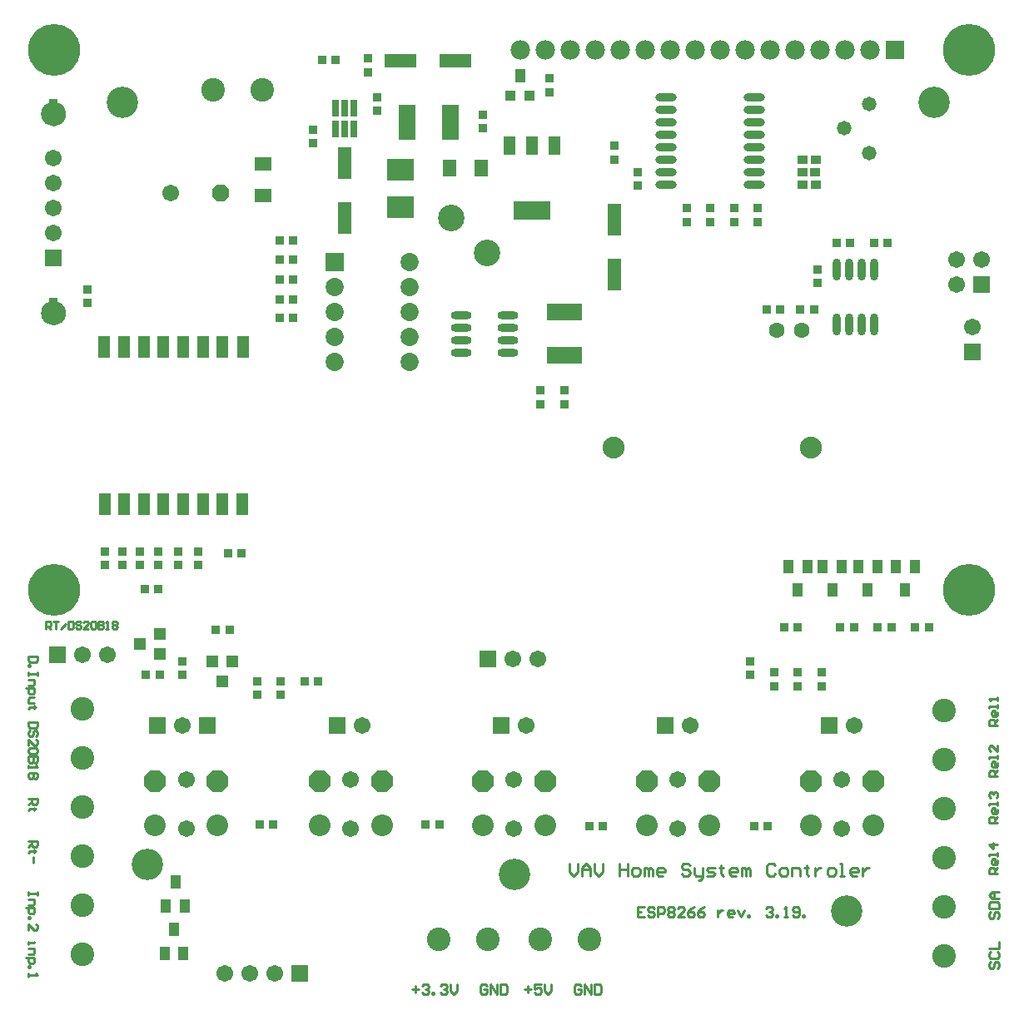
<source format=gts>
G04*
G04 #@! TF.GenerationSoftware,Altium Limited,Altium Designer,19.1.6 (110)*
G04*
G04 Layer_Color=8388736*
%FSLAX43Y43*%
%MOMM*%
G71*
G01*
G75*
%ADD12C,0.254*%
%ADD49C,0.889*%
%ADD50R,0.965X0.965*%
%ADD51R,0.965X0.965*%
%ADD52R,1.219X1.219*%
%ADD53R,1.219X1.219*%
%ADD54R,1.321X1.803*%
%ADD55R,1.727X3.632*%
%ADD56R,0.753X1.653*%
%ADD57R,0.753X1.653*%
%ADD58R,1.403X3.203*%
%ADD59R,3.703X1.953*%
%ADD60R,1.303X1.953*%
%ADD61R,1.303X1.953*%
%ADD62R,3.203X1.403*%
%ADD63O,2.103X0.803*%
%ADD64R,3.632X1.727*%
%ADD65R,1.103X0.903*%
%ADD66O,2.203X0.803*%
%ADD67C,1.092*%
%ADD68R,0.762X1.219*%
%ADD69R,0.813X0.965*%
%ADD70R,2.743X2.235*%
%ADD71R,1.118X1.118*%
%ADD72R,1.118X1.473*%
%ADD73O,0.813X2.235*%
%ADD74R,1.016X1.422*%
%ADD75R,1.203X2.203*%
%ADD76R,1.803X1.321*%
%ADD77C,2.403*%
%ADD78R,1.703X1.703*%
%ADD79C,1.703*%
%ADD80R,1.703X1.703*%
%ADD81C,1.703*%
%ADD82R,1.703X1.703*%
%ADD83C,3.203*%
%ADD84C,1.854*%
%ADD85R,1.854X1.854*%
%ADD86C,2.703*%
%ADD87P,1.844X8X22.5*%
%ADD88C,2.235*%
%ADD89C,2.203*%
%ADD90P,2.385X8X112.5*%
%ADD91C,1.473*%
%ADD92C,1.981*%
%ADD93R,1.981X1.981*%
%ADD94C,5.283*%
%ADD95C,1.603*%
D12*
X2413Y37846D02*
Y38608D01*
X2794D01*
X2921Y38481D01*
Y38227D01*
X2794Y38100D01*
X2413D01*
X2667D02*
X2921Y37846D01*
X3175Y38608D02*
X3683D01*
X3429D01*
Y37846D01*
X3937D02*
X4444Y38354D01*
X4698Y38608D02*
Y37846D01*
X5079D01*
X5206Y37973D01*
Y38481D01*
X5079Y38608D01*
X4698D01*
X5968Y38481D02*
X5841Y38608D01*
X5587D01*
X5460Y38481D01*
Y38354D01*
X5587Y38227D01*
X5841D01*
X5968Y38100D01*
Y37973D01*
X5841Y37846D01*
X5587D01*
X5460Y37973D01*
X6730Y37846D02*
X6222D01*
X6730Y38354D01*
Y38481D01*
X6603Y38608D01*
X6349D01*
X6222Y38481D01*
X6984D02*
X7110Y38608D01*
X7364D01*
X7491Y38481D01*
Y37973D01*
X7364Y37846D01*
X7110D01*
X6984Y37973D01*
Y38481D01*
X7745Y38608D02*
Y37846D01*
X8126D01*
X8253Y37973D01*
Y38100D01*
X8126Y38227D01*
X7745D01*
X8126D01*
X8253Y38354D01*
Y38481D01*
X8126Y38608D01*
X7745D01*
X8507Y37846D02*
X8761D01*
X8634D01*
Y38608D01*
X8507Y38481D01*
X9142D02*
X9269Y38608D01*
X9523D01*
X9650Y38481D01*
Y38354D01*
X9523Y38227D01*
X9650Y38100D01*
Y37973D01*
X9523Y37846D01*
X9269D01*
X9142Y37973D01*
Y38100D01*
X9269Y38227D01*
X9142Y38354D01*
Y38481D01*
X9269Y38227D02*
X9523D01*
X1524Y35052D02*
X635D01*
Y34608D01*
X783Y34460D01*
X1376D01*
X1524Y34608D01*
Y35052D01*
X635Y34163D02*
X783D01*
Y34015D01*
X635D01*
Y34163D01*
X1524Y33423D02*
Y33126D01*
Y33275D01*
X635D01*
Y33423D01*
Y33126D01*
Y32682D02*
X1227D01*
Y32238D01*
X1079Y32090D01*
X635D01*
X339Y31793D02*
X1227D01*
Y31349D01*
X1079Y31201D01*
X783D01*
X635Y31349D01*
Y31793D01*
X1227Y30905D02*
X783D01*
X635Y30757D01*
Y30312D01*
X1227D01*
X1376Y29868D02*
X1227D01*
Y30016D01*
Y29720D01*
Y29868D01*
X783D01*
X635Y29720D01*
X1524Y28387D02*
X635D01*
Y27942D01*
X783Y27794D01*
X1376D01*
X1524Y27942D01*
Y28387D01*
X1376Y26905D02*
X1524Y27054D01*
Y27350D01*
X1376Y27498D01*
X1227D01*
X1079Y27350D01*
Y27054D01*
X931Y26905D01*
X783D01*
X635Y27054D01*
Y27350D01*
X783Y27498D01*
X635Y26017D02*
Y26609D01*
X1227Y26017D01*
X1376D01*
X1524Y26165D01*
Y26461D01*
X1376Y26609D01*
Y25721D02*
X1524Y25572D01*
Y25276D01*
X1376Y25128D01*
X783D01*
X635Y25276D01*
Y25572D01*
X783Y25721D01*
X1376D01*
X1524Y24832D02*
X635D01*
Y24387D01*
X783Y24239D01*
X931D01*
X1079Y24387D01*
Y24832D01*
Y24387D01*
X1227Y24239D01*
X1376D01*
X1524Y24387D01*
Y24832D01*
X635Y23943D02*
Y23647D01*
Y23795D01*
X1524D01*
X1376Y23943D01*
Y23202D02*
X1524Y23054D01*
Y22758D01*
X1376Y22610D01*
X1227D01*
X1079Y22758D01*
X931Y22610D01*
X783D01*
X635Y22758D01*
Y23054D01*
X783Y23202D01*
X931D01*
X1079Y23054D01*
X1227Y23202D01*
X1376D01*
X1079Y23054D02*
Y22758D01*
X635Y20536D02*
X1524D01*
Y20092D01*
X1376Y19944D01*
X1079D01*
X931Y20092D01*
Y20536D01*
Y20240D02*
X635Y19944D01*
X1376Y19500D02*
X1227D01*
Y19648D01*
Y19351D01*
Y19500D01*
X783D01*
X635Y19351D01*
Y16241D02*
X1524D01*
Y15797D01*
X1376Y15648D01*
X1079D01*
X931Y15797D01*
Y16241D01*
Y15945D02*
X635Y15648D01*
X1376Y15204D02*
X1227D01*
Y15352D01*
Y15056D01*
Y15204D01*
X783D01*
X635Y15056D01*
X1079Y14612D02*
Y14019D01*
X1524Y11057D02*
Y10761D01*
Y10909D01*
X635D01*
Y11057D01*
Y10761D01*
Y10316D02*
X1227D01*
Y9872D01*
X1079Y9724D01*
X635D01*
X339Y9427D02*
X1227D01*
Y8983D01*
X1079Y8835D01*
X783D01*
X635Y8983D01*
Y9427D01*
Y8539D02*
X783D01*
Y8391D01*
X635D01*
Y8539D01*
Y7206D02*
Y7798D01*
X1227Y7206D01*
X1376D01*
X1524Y7354D01*
Y7650D01*
X1376Y7798D01*
X635Y6021D02*
Y5724D01*
Y5873D01*
X1227D01*
Y6021D01*
X635Y5280D02*
X1227D01*
Y4836D01*
X1079Y4688D01*
X635D01*
X339Y4391D02*
X1227D01*
Y3947D01*
X1079Y3799D01*
X783D01*
X635Y3947D01*
Y4391D01*
Y3503D02*
X783D01*
Y3355D01*
X635D01*
Y3503D01*
Y2762D02*
Y2466D01*
Y2614D01*
X1524D01*
X1376Y2762D01*
X51054Y1143D02*
X51731D01*
X51393Y1481D02*
Y804D01*
X52747Y1651D02*
X52070D01*
Y1143D01*
X52408Y1312D01*
X52578D01*
X52747Y1143D01*
Y804D01*
X52578Y635D01*
X52239D01*
X52070Y804D01*
X53085Y1651D02*
Y974D01*
X53424Y635D01*
X53762Y974D01*
Y1651D01*
X56809Y1481D02*
X56640Y1651D01*
X56302D01*
X56132Y1481D01*
Y804D01*
X56302Y635D01*
X56640D01*
X56809Y804D01*
Y1143D01*
X56471D01*
X57148Y635D02*
Y1651D01*
X57825Y635D01*
Y1651D01*
X58164D02*
Y635D01*
X58672D01*
X58841Y804D01*
Y1481D01*
X58672Y1651D01*
X58164D01*
X39624Y1143D02*
X40301D01*
X39963Y1481D02*
Y804D01*
X40640Y1481D02*
X40809Y1651D01*
X41148D01*
X41317Y1481D01*
Y1312D01*
X41148Y1143D01*
X40978D01*
X41148D01*
X41317Y974D01*
Y804D01*
X41148Y635D01*
X40809D01*
X40640Y804D01*
X41655Y635D02*
Y804D01*
X41825D01*
Y635D01*
X41655D01*
X42502Y1481D02*
X42671Y1651D01*
X43010D01*
X43179Y1481D01*
Y1312D01*
X43010Y1143D01*
X42840D01*
X43010D01*
X43179Y974D01*
Y804D01*
X43010Y635D01*
X42671D01*
X42502Y804D01*
X43517Y1651D02*
Y974D01*
X43856Y635D01*
X44195Y974D01*
Y1651D01*
X47242Y1481D02*
X47072Y1651D01*
X46734D01*
X46564Y1481D01*
Y804D01*
X46734Y635D01*
X47072D01*
X47242Y804D01*
Y1143D01*
X46903D01*
X47580Y635D02*
Y1651D01*
X48257Y635D01*
Y1651D01*
X48596D02*
Y635D01*
X49104D01*
X49273Y804D01*
Y1481D01*
X49104Y1651D01*
X48596D01*
X99187Y22860D02*
X98298D01*
Y23304D01*
X98446Y23452D01*
X98743D01*
X98891Y23304D01*
Y22860D01*
Y23156D02*
X99187Y23452D01*
Y24193D02*
Y23897D01*
X99039Y23749D01*
X98743D01*
X98595Y23897D01*
Y24193D01*
X98743Y24341D01*
X98891D01*
Y23749D01*
X99187Y24637D02*
Y24934D01*
Y24786D01*
X98298D01*
Y24637D01*
X99187Y25970D02*
Y25378D01*
X98595Y25970D01*
X98446D01*
X98298Y25822D01*
Y25526D01*
X98446Y25378D01*
X99187Y28044D02*
X98298D01*
Y28489D01*
X98446Y28637D01*
X98743D01*
X98891Y28489D01*
Y28044D01*
Y28340D02*
X99187Y28637D01*
Y29377D02*
Y29081D01*
X99039Y28933D01*
X98743D01*
X98595Y29081D01*
Y29377D01*
X98743Y29525D01*
X98891D01*
Y28933D01*
X99187Y29822D02*
Y30118D01*
Y29970D01*
X98298D01*
Y29822D01*
X99187Y30562D02*
Y30858D01*
Y30710D01*
X98298D01*
X98446Y30562D01*
X99187Y12954D02*
X98298D01*
Y13398D01*
X98446Y13546D01*
X98743D01*
X98891Y13398D01*
Y12954D01*
Y13250D02*
X99187Y13546D01*
Y14287D02*
Y13991D01*
X99039Y13843D01*
X98743D01*
X98595Y13991D01*
Y14287D01*
X98743Y14435D01*
X98891D01*
Y13843D01*
X99187Y14731D02*
Y15028D01*
Y14880D01*
X98298D01*
Y14731D01*
X99187Y15916D02*
X98298D01*
X98743Y15472D01*
Y16064D01*
X99187Y18138D02*
X98298D01*
Y18583D01*
X98446Y18731D01*
X98743D01*
X98891Y18583D01*
Y18138D01*
Y18434D02*
X99187Y18731D01*
Y19471D02*
Y19175D01*
X99039Y19027D01*
X98743D01*
X98595Y19175D01*
Y19471D01*
X98743Y19619D01*
X98891D01*
Y19027D01*
X99187Y19916D02*
Y20212D01*
Y20064D01*
X98298D01*
Y19916D01*
X98446Y20656D02*
X98298Y20804D01*
Y21101D01*
X98446Y21249D01*
X98595D01*
X98743Y21101D01*
Y20952D01*
Y21101D01*
X98891Y21249D01*
X99039D01*
X99187Y21101D01*
Y20804D01*
X99039Y20656D01*
X98468Y3979D02*
X98298Y3810D01*
Y3471D01*
X98468Y3302D01*
X98637D01*
X98806Y3471D01*
Y3810D01*
X98975Y3979D01*
X99145D01*
X99314Y3810D01*
Y3471D01*
X99145Y3302D01*
X98468Y4994D02*
X98298Y4825D01*
Y4487D01*
X98468Y4317D01*
X99145D01*
X99314Y4487D01*
Y4825D01*
X99145Y4994D01*
X98298Y5333D02*
X99314D01*
Y6010D01*
X98468Y9057D02*
X98298Y8888D01*
Y8549D01*
X98468Y8380D01*
X98637D01*
X98806Y8549D01*
Y8888D01*
X98975Y9057D01*
X99145D01*
X99314Y8888D01*
Y8549D01*
X99145Y8380D01*
X98298Y9396D02*
X99314D01*
Y9904D01*
X99145Y10073D01*
X98468D01*
X98298Y9904D01*
Y9396D01*
X99314Y10411D02*
X98637D01*
X98298Y10750D01*
X98637Y11088D01*
X99314D01*
X98806D01*
Y10411D01*
X63288Y9525D02*
X62611D01*
Y8509D01*
X63288D01*
X62611Y9017D02*
X62950D01*
X64304Y9355D02*
X64135Y9525D01*
X63796D01*
X63627Y9355D01*
Y9186D01*
X63796Y9017D01*
X64135D01*
X64304Y8848D01*
Y8678D01*
X64135Y8509D01*
X63796D01*
X63627Y8678D01*
X64642Y8509D02*
Y9525D01*
X65150D01*
X65319Y9355D01*
Y9017D01*
X65150Y8848D01*
X64642D01*
X65658Y9355D02*
X65827Y9525D01*
X66166D01*
X66335Y9355D01*
Y9186D01*
X66166Y9017D01*
X66335Y8848D01*
Y8678D01*
X66166Y8509D01*
X65827D01*
X65658Y8678D01*
Y8848D01*
X65827Y9017D01*
X65658Y9186D01*
Y9355D01*
X65827Y9017D02*
X66166D01*
X67351Y8509D02*
X66674D01*
X67351Y9186D01*
Y9355D01*
X67182Y9525D01*
X66843D01*
X66674Y9355D01*
X68366Y9525D02*
X68028Y9355D01*
X67689Y9017D01*
Y8678D01*
X67859Y8509D01*
X68197D01*
X68366Y8678D01*
Y8848D01*
X68197Y9017D01*
X67689D01*
X69382Y9525D02*
X69044Y9355D01*
X68705Y9017D01*
Y8678D01*
X68874Y8509D01*
X69213D01*
X69382Y8678D01*
Y8848D01*
X69213Y9017D01*
X68705D01*
X70736Y9186D02*
Y8509D01*
Y8848D01*
X70906Y9017D01*
X71075Y9186D01*
X71244D01*
X72260Y8509D02*
X71921D01*
X71752Y8678D01*
Y9017D01*
X71921Y9186D01*
X72260D01*
X72429Y9017D01*
Y8848D01*
X71752D01*
X72768Y9186D02*
X73106Y8509D01*
X73445Y9186D01*
X73783Y8509D02*
Y8678D01*
X73953D01*
Y8509D01*
X73783D01*
X75645Y9355D02*
X75815Y9525D01*
X76153D01*
X76323Y9355D01*
Y9186D01*
X76153Y9017D01*
X75984D01*
X76153D01*
X76323Y8848D01*
Y8678D01*
X76153Y8509D01*
X75815D01*
X75645Y8678D01*
X76661Y8509D02*
Y8678D01*
X76830D01*
Y8509D01*
X76661D01*
X77508D02*
X77846D01*
X77677D01*
Y9525D01*
X77508Y9355D01*
X78354Y8678D02*
X78523Y8509D01*
X78862D01*
X79031Y8678D01*
Y9355D01*
X78862Y9525D01*
X78523D01*
X78354Y9355D01*
Y9186D01*
X78523Y9017D01*
X79031D01*
X79370Y8509D02*
Y8678D01*
X79539D01*
Y8509D01*
X79370D01*
X55626Y13970D02*
Y13123D01*
X56049Y12700D01*
X56472Y13123D01*
Y13970D01*
X56896Y12700D02*
Y13546D01*
X57319Y13970D01*
X57742Y13546D01*
Y12700D01*
Y13335D01*
X56896D01*
X58165Y13970D02*
Y13123D01*
X58588Y12700D01*
X59012Y13123D01*
Y13970D01*
X60704D02*
Y12700D01*
Y13335D01*
X61551D01*
Y13970D01*
Y12700D01*
X62186D02*
X62609D01*
X62820Y12912D01*
Y13335D01*
X62609Y13546D01*
X62186D01*
X61974Y13335D01*
Y12912D01*
X62186Y12700D01*
X63244D02*
Y13546D01*
X63455D01*
X63667Y13335D01*
Y12700D01*
Y13335D01*
X63878Y13546D01*
X64090Y13335D01*
Y12700D01*
X65148D02*
X64725D01*
X64513Y12912D01*
Y13335D01*
X64725Y13546D01*
X65148D01*
X65360Y13335D01*
Y13123D01*
X64513D01*
X67899Y13758D02*
X67687Y13970D01*
X67264D01*
X67052Y13758D01*
Y13546D01*
X67264Y13335D01*
X67687D01*
X67899Y13123D01*
Y12912D01*
X67687Y12700D01*
X67264D01*
X67052Y12912D01*
X68322Y13546D02*
Y12912D01*
X68533Y12700D01*
X69168D01*
Y12488D01*
X68957Y12277D01*
X68745D01*
X69168Y12700D02*
Y13546D01*
X69591Y12700D02*
X70226D01*
X70438Y12912D01*
X70226Y13123D01*
X69803D01*
X69591Y13335D01*
X69803Y13546D01*
X70438D01*
X71073Y13758D02*
Y13546D01*
X70861D01*
X71284D01*
X71073D01*
Y12912D01*
X71284Y12700D01*
X72554D02*
X72131D01*
X71919Y12912D01*
Y13335D01*
X72131Y13546D01*
X72554D01*
X72765Y13335D01*
Y13123D01*
X71919D01*
X73189Y12700D02*
Y13546D01*
X73400D01*
X73612Y13335D01*
Y12700D01*
Y13335D01*
X73823Y13546D01*
X74035Y13335D01*
Y12700D01*
X76574Y13758D02*
X76363Y13970D01*
X75939D01*
X75728Y13758D01*
Y12912D01*
X75939Y12700D01*
X76363D01*
X76574Y12912D01*
X77209Y12700D02*
X77632D01*
X77844Y12912D01*
Y13335D01*
X77632Y13546D01*
X77209D01*
X76997Y13335D01*
Y12912D01*
X77209Y12700D01*
X78267D02*
Y13546D01*
X78902D01*
X79113Y13335D01*
Y12700D01*
X79748Y13758D02*
Y13546D01*
X79537D01*
X79960D01*
X79748D01*
Y12912D01*
X79960Y12700D01*
X80595Y13546D02*
Y12700D01*
Y13123D01*
X80806Y13335D01*
X81018Y13546D01*
X81229D01*
X82076Y12700D02*
X82499D01*
X82711Y12912D01*
Y13335D01*
X82499Y13546D01*
X82076D01*
X81864Y13335D01*
Y12912D01*
X82076Y12700D01*
X83134D02*
X83557D01*
X83345D01*
Y13970D01*
X83134D01*
X84827Y12700D02*
X84403D01*
X84192Y12912D01*
Y13335D01*
X84403Y13546D01*
X84827D01*
X85038Y13335D01*
Y13123D01*
X84192D01*
X85461Y13546D02*
Y12700D01*
Y13123D01*
X85673Y13335D01*
X85885Y13546D01*
X86096D01*
D49*
X3988Y69977D02*
G03*
X3988Y69977I-813J0D01*
G01*
Y90233D02*
G03*
X3988Y90233I-813J0D01*
G01*
D50*
X78867Y37973D02*
D03*
X77470D02*
D03*
X83185D02*
D03*
X84582D02*
D03*
X88392D02*
D03*
X86995D02*
D03*
X90805D02*
D03*
X92202D02*
D03*
X20896Y45535D02*
D03*
X22294D02*
D03*
X12573Y33147D02*
D03*
X13970D02*
D03*
X19685Y37719D02*
D03*
X21082D02*
D03*
X28702Y32512D02*
D03*
X30099D02*
D03*
X30480Y95758D02*
D03*
X31877D02*
D03*
X88011Y77089D02*
D03*
X86614D02*
D03*
X82804D02*
D03*
X84201D02*
D03*
X77089Y70358D02*
D03*
X75692D02*
D03*
X27559Y69469D02*
D03*
X26162D02*
D03*
X27559Y71374D02*
D03*
X26162D02*
D03*
X27559Y73406D02*
D03*
X26162D02*
D03*
X13843Y41910D02*
D03*
X12446D02*
D03*
X24130Y17907D02*
D03*
X25527D02*
D03*
X41021D02*
D03*
X42418D02*
D03*
X57658Y17780D02*
D03*
X59055D02*
D03*
X74422D02*
D03*
X75819D02*
D03*
X79121Y70358D02*
D03*
X80518D02*
D03*
X27559Y77343D02*
D03*
X26162D02*
D03*
X27559Y75438D02*
D03*
X26162D02*
D03*
D51*
X23876Y32512D02*
D03*
Y31115D02*
D03*
X16256Y34544D02*
D03*
Y33147D02*
D03*
X46863Y90170D02*
D03*
Y88773D02*
D03*
X55118Y62103D02*
D03*
Y60706D02*
D03*
X52705Y62103D02*
D03*
Y60706D02*
D03*
X6604Y70993D02*
D03*
Y72390D02*
D03*
X72390Y79248D02*
D03*
Y80645D02*
D03*
X69977Y79248D02*
D03*
Y80645D02*
D03*
X67564Y79248D02*
D03*
Y80645D02*
D03*
X74041Y33147D02*
D03*
Y34544D02*
D03*
X76454Y32004D02*
D03*
Y33401D02*
D03*
X78867Y32004D02*
D03*
Y33401D02*
D03*
X26289Y31115D02*
D03*
Y32512D02*
D03*
X35179Y95885D02*
D03*
Y94488D02*
D03*
X36068Y90551D02*
D03*
Y91948D02*
D03*
X29591Y87249D02*
D03*
Y88646D02*
D03*
X53594Y93853D02*
D03*
Y92456D02*
D03*
X60198Y85598D02*
D03*
Y86995D02*
D03*
X74803Y79248D02*
D03*
Y80645D02*
D03*
X62611Y84328D02*
D03*
Y82931D02*
D03*
X80899Y73025D02*
D03*
Y74422D02*
D03*
X17907Y44323D02*
D03*
Y45720D02*
D03*
X15875Y44323D02*
D03*
Y45720D02*
D03*
X8382D02*
D03*
Y44323D02*
D03*
X10160Y45720D02*
D03*
Y44323D02*
D03*
X11938Y45720D02*
D03*
Y44323D02*
D03*
X13843D02*
D03*
Y45720D02*
D03*
X81280Y33401D02*
D03*
Y32004D02*
D03*
D52*
X21336Y34544D02*
D03*
X20320Y32512D02*
D03*
X19304Y34544D02*
D03*
D53*
X13970Y35306D02*
D03*
X11938Y36322D02*
D03*
X13970Y37338D02*
D03*
D54*
X43472Y84709D02*
D03*
X46698D02*
D03*
D55*
X39116Y89408D02*
D03*
X43561D02*
D03*
D56*
X33716Y90864D02*
D03*
D57*
X32766Y90864D02*
D03*
X31816D02*
D03*
Y88714D02*
D03*
X32766D02*
D03*
X33716D02*
D03*
D58*
X32766Y85223D02*
D03*
Y79623D02*
D03*
X60198Y79508D02*
D03*
Y73908D02*
D03*
D59*
X51816Y80393D02*
D03*
D60*
X49516Y86993D02*
D03*
X51816D02*
D03*
D61*
X54116D02*
D03*
D62*
X44075Y95631D02*
D03*
X38475D02*
D03*
D63*
X44640Y69723D02*
D03*
Y68453D02*
D03*
Y67183D02*
D03*
Y65913D02*
D03*
X49340Y69723D02*
D03*
Y68453D02*
D03*
Y67183D02*
D03*
Y65913D02*
D03*
D64*
X55118Y70104D02*
D03*
Y65659D02*
D03*
D65*
X79375Y85598D02*
D03*
X80675D02*
D03*
X79345Y84328D02*
D03*
X80645D02*
D03*
X79375Y83058D02*
D03*
X80675D02*
D03*
D66*
X65477Y91948D02*
D03*
Y90678D02*
D03*
Y89408D02*
D03*
Y88138D02*
D03*
Y86868D02*
D03*
Y85598D02*
D03*
Y84328D02*
D03*
Y83058D02*
D03*
X74477Y91948D02*
D03*
Y90678D02*
D03*
Y89408D02*
D03*
Y88138D02*
D03*
Y86868D02*
D03*
Y85598D02*
D03*
Y84328D02*
D03*
Y83058D02*
D03*
D67*
X3175Y69977D02*
D03*
Y90233D02*
D03*
D68*
Y69469D02*
D03*
Y89726D02*
D03*
D69*
Y71120D02*
D03*
Y91377D02*
D03*
D70*
X38481Y84582D02*
D03*
Y80772D02*
D03*
D71*
X49657Y92075D02*
D03*
X51562D02*
D03*
D72*
X50610Y94107D02*
D03*
D73*
X84074Y74422D02*
D03*
X82804D02*
D03*
X85344D02*
D03*
X86614D02*
D03*
Y68834D02*
D03*
X85344D02*
D03*
X84074D02*
D03*
X82804D02*
D03*
D74*
X85026Y44183D02*
D03*
X85979Y41783D02*
D03*
X86932Y44183D02*
D03*
X77914D02*
D03*
X78867Y41783D02*
D03*
X79820Y44183D02*
D03*
X81420D02*
D03*
X82372Y41783D02*
D03*
X83325Y44183D02*
D03*
X88837D02*
D03*
X89789Y41783D02*
D03*
X90742Y44183D02*
D03*
X16383Y4826D02*
D03*
X15431Y7226D02*
D03*
X14478Y4826D02*
D03*
X16510Y9652D02*
D03*
X15557Y12052D02*
D03*
X14605Y9652D02*
D03*
D75*
X20362Y50546D02*
D03*
X18372D02*
D03*
X16362D02*
D03*
X14322D02*
D03*
X12352D02*
D03*
X10352D02*
D03*
X8382D02*
D03*
X8352Y66546D02*
D03*
X10332D02*
D03*
X12352D02*
D03*
X14332D02*
D03*
X16392D02*
D03*
X18412D02*
D03*
X20372D02*
D03*
X22412D02*
D03*
X22372Y50546D02*
D03*
D76*
X24511Y81953D02*
D03*
Y85179D02*
D03*
D77*
X24384Y92710D02*
D03*
X19384D02*
D03*
X47371Y6223D02*
D03*
X42371D02*
D03*
X57658D02*
D03*
X52658D02*
D03*
X6096Y24710D02*
D03*
Y29710D02*
D03*
Y14703D02*
D03*
Y19703D02*
D03*
Y9699D02*
D03*
Y4699D02*
D03*
X93726Y29562D02*
D03*
Y24562D02*
D03*
Y14558D02*
D03*
Y19558D02*
D03*
Y4550D02*
D03*
Y9550D02*
D03*
D78*
X96647Y66040D02*
D03*
X97536Y72898D02*
D03*
X3135Y75565D02*
D03*
D79*
X96647Y68580D02*
D03*
X94996Y75438D02*
D03*
X97536D02*
D03*
X94996Y72898D02*
D03*
X6096Y35179D02*
D03*
X8636D02*
D03*
X15113Y82169D02*
D03*
X20574Y2794D02*
D03*
X23114D02*
D03*
X25654D02*
D03*
X52451Y34798D02*
D03*
X49911D02*
D03*
X83340Y22500D02*
D03*
Y17500D02*
D03*
X66670Y22500D02*
D03*
Y17500D02*
D03*
X50000Y22500D02*
D03*
Y17500D02*
D03*
X33400Y22500D02*
D03*
Y17500D02*
D03*
X16660Y22500D02*
D03*
Y17500D02*
D03*
X3135Y85725D02*
D03*
Y83185D02*
D03*
Y80645D02*
D03*
Y78105D02*
D03*
D80*
X3556Y35179D02*
D03*
X28194Y2794D02*
D03*
X47371Y34798D02*
D03*
D81*
X16244Y28000D02*
D03*
D03*
X34600D02*
D03*
X51270D02*
D03*
X67940D02*
D03*
X84610D02*
D03*
D82*
X18784D02*
D03*
X13704D02*
D03*
X32060D02*
D03*
X48730D02*
D03*
X65400D02*
D03*
X82070D02*
D03*
D83*
X50038Y12827D02*
D03*
X92710Y91440D02*
D03*
X83820Y9144D02*
D03*
X10160Y91440D02*
D03*
X12700Y13843D02*
D03*
D84*
X39370Y72644D02*
D03*
Y65024D02*
D03*
Y75184D02*
D03*
Y70104D02*
D03*
Y67564D02*
D03*
X31750D02*
D03*
Y65024D02*
D03*
Y70104D02*
D03*
Y72644D02*
D03*
D85*
Y75184D02*
D03*
D86*
X43652Y79665D02*
D03*
X47244Y76073D02*
D03*
D87*
X20193Y82169D02*
D03*
D88*
X80162Y56286D02*
D03*
X60137Y56261D02*
D03*
D89*
X86515Y17854D02*
D03*
X80165D02*
D03*
X69845D02*
D03*
X63495D02*
D03*
X53175D02*
D03*
X46825D02*
D03*
X36575D02*
D03*
X30225D02*
D03*
X19835D02*
D03*
X13485D02*
D03*
D90*
X86515Y22299D02*
D03*
X80165D02*
D03*
X69845D02*
D03*
X63495D02*
D03*
X53175D02*
D03*
X46825D02*
D03*
X36575D02*
D03*
X30225D02*
D03*
X19835D02*
D03*
X13485D02*
D03*
D91*
X86106Y86273D02*
D03*
X83606Y88773D02*
D03*
X86106Y91273D02*
D03*
D92*
X83668Y96774D02*
D03*
X50648D02*
D03*
X53188Y96774D02*
D03*
X55728D02*
D03*
X58268Y96774D02*
D03*
X60808D02*
D03*
X63348D02*
D03*
X65888D02*
D03*
X68428D02*
D03*
X70968D02*
D03*
X73508D02*
D03*
X76048D02*
D03*
X78588D02*
D03*
X81128D02*
D03*
X86208Y96774D02*
D03*
D93*
X88748Y96774D02*
D03*
D94*
X3241Y41774D02*
D03*
X96241Y41774D02*
D03*
X3241Y96774D02*
D03*
X96241Y96774D02*
D03*
D95*
X79248Y68199D02*
D03*
X76708D02*
D03*
M02*

</source>
